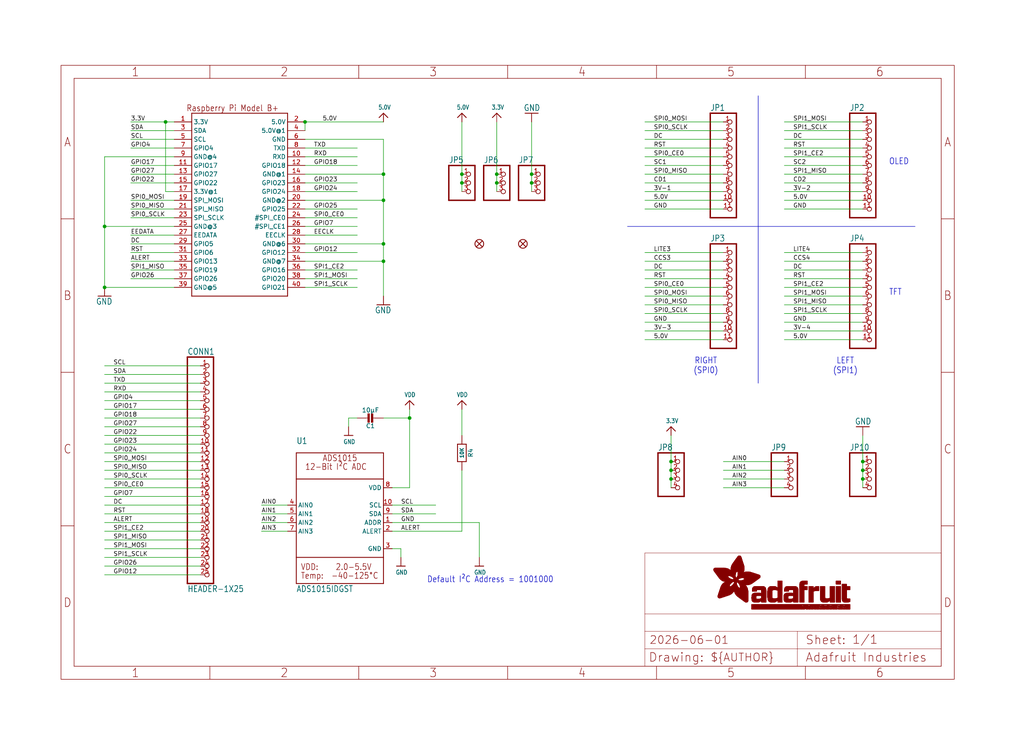
<source format=kicad_sch>
(kicad_sch (version 20230121) (generator eeschema)
  (paper "User" 298.45 217.322)
  (lib_symbols
    (symbol "working-eagle-import:3.3V" (power)
      (property "Value" "3.3V" (at -1.524 1.016 0))
      (symbol "3.3V_1_0"
        (pin power_in line (at 0 -2.54 90) (length 2.54) (name "3.3V") (number "1"))
      )
    )
    (symbol "working-eagle-import:5.0V" (power)
      (property "Value" "5.0V" (at -1.524 1.016 0))
      (symbol "5.0V_1_0"
        (pin power_in line (at 0 -2.54 90) (length 2.54) (name "5.0V") (number "1"))
      )
    )
    (symbol "working-eagle-import:ADC_ADS1015"
      (property "Reference" "U" (at -12.7 20.32 0))
      (symbol "ADC_ADS1015_1_0"
        (text "-40-125°C" (at -2.54 -19.05 0) (effects (font (size 1.778 1.5113)) (justify left bottom)))
        (text "12-Bit I²C ADC" (at -10.16 12.7 0) (effects (font (size 1.778 1.5113)) (justify left bottom)))
        (text "2.0-5.5V" (at -1.27 -16.51 0) (effects (font (size 1.778 1.5113)) (justify left bottom)))
        (text "ADS1015" (at -5.08 15.24 0) (effects (font (size 1.778 1.5113)) (justify left bottom)))
        (text "Temp:" (at -11.43 -19.05 0) (effects (font (size 1.778 1.5113)) (justify left bottom)))
        (text "VDD:" (at -11.43 -16.51 0) (effects (font (size 1.778 1.5113)) (justify left bottom)))
        (pin bidirectional line (at 15.24 -2.54 180) (length 2.54) (name "ADDR") (number "1"))
        (pin bidirectional line (at 15.24 2.54 180) (length 2.54) (name "SCL") (number "10"))
        (pin bidirectional line (at 15.24 -5.08 180) (length 2.54) (name "ALERT") (number "2"))
        (pin bidirectional line (at 15.24 -10.16 180) (length 2.54) (name "GND") (number "3"))
        (pin bidirectional line (at -15.24 2.54 0) (length 2.54) (name "AIN0") (number "4"))
        (pin bidirectional line (at -15.24 0 0) (length 2.54) (name "AIN1") (number "5"))
        (pin bidirectional line (at -15.24 -2.54 0) (length 2.54) (name "AIN2") (number "6"))
        (pin bidirectional line (at -15.24 -5.08 0) (length 2.54) (name "AIN3") (number "7"))
        (pin bidirectional line (at 15.24 7.62 180) (length 2.54) (name "VDD") (number "8"))
        (pin bidirectional line (at 15.24 0 180) (length 2.54) (name "SDA") (number "9"))
      )
    )
    (symbol "working-eagle-import:CAP_CERAMIC0805-NOOUTLINE"
      (property "Reference" "C" (at -2.29 1.25 90))
      (symbol "CAP_CERAMIC0805-NOOUTLINE_1_0"
        (pin passive line (at 0 5.08 270) (length 2.54) (name "1") (number "1"))
        (pin passive line (at 0 -2.54 90) (length 2.54) (name "2") (number "2"))
      )
    )
    (symbol "working-eagle-import:FIDUCIAL{dblquote}{dblquote}")
    (symbol "working-eagle-import:FRAME_A4_ADAFRUIT"
      (symbol "FRAME_A4_ADAFRUIT_1_0"
        (text "${#}/${##}" (at 230.505 10.16 0) (effects (font (size 2.54 2.54)) (justify left bottom)))
        (text "${AUTHOR}" (at 189.23 5.08 0) (effects (font (size 2.286 2.286)) (justify left bottom)))
        (text "${CURRENT_DATE}" (at 171.45 10.16 0) (effects (font (size 2.286 2.286)) (justify left bottom)))
        (text "${PROJECTNAME}" (at 171.45 15.24 0) (effects (font (size 2.54 2.54)) (justify left bottom)))
        (text "1" (at 21.6958 1.905 0) (effects (font (size 2.54 2.286))))
        (text "1" (at 21.6958 177.165 0) (effects (font (size 2.54 2.286))))
        (text "2" (at 65.0875 1.905 0) (effects (font (size 2.54 2.286))))
        (text "2" (at 65.0875 177.165 0) (effects (font (size 2.54 2.286))))
        (text "3" (at 108.4792 1.905 0) (effects (font (size 2.54 2.286))))
        (text "3" (at 108.4792 177.165 0) (effects (font (size 2.54 2.286))))
        (text "4" (at 151.8708 1.905 0) (effects (font (size 2.54 2.286))))
        (text "4" (at 151.8708 177.165 0) (effects (font (size 2.54 2.286))))
        (text "5" (at 195.2625 1.905 0) (effects (font (size 2.54 2.286))))
        (text "5" (at 195.2625 177.165 0) (effects (font (size 2.54 2.286))))
        (text "6" (at 238.6542 1.905 0) (effects (font (size 2.54 2.286))))
        (text "6" (at 238.6542 177.165 0) (effects (font (size 2.54 2.286))))
        (text "A" (at 1.905 156.6863 0) (effects (font (size 2.54 2.286))))
        (text "A" (at 258.445 156.6863 0) (effects (font (size 2.54 2.286))))
        (text "Adafruit Industries" (at 216.916 4.953 0) (effects (font (size 2.54 2.54)) (justify left bottom)))
        (text "B" (at 1.905 111.9188 0) (effects (font (size 2.54 2.286))))
        (text "B" (at 258.445 111.9188 0) (effects (font (size 2.54 2.286))))
        (text "C" (at 1.905 67.1513 0) (effects (font (size 2.54 2.286))))
        (text "C" (at 258.445 67.1513 0) (effects (font (size 2.54 2.286))))
        (text "D" (at 1.905 22.3838 0) (effects (font (size 2.54 2.286))))
        (text "D" (at 258.445 22.3838 0) (effects (font (size 2.54 2.286))))
        (text "Drawing:" (at 171.196 4.953 0) (effects (font (size 2.54 2.54)) (justify left bottom)))
        (text "Sheet:" (at 216.916 10.033 0) (effects (font (size 2.54 2.54)) (justify left bottom)))
      )
    )
    (symbol "working-eagle-import:GND" (power)
      (property "Value" "GND" (at -1.524 -2.54 0))
      (symbol "GND_1_0"
        (pin power_in line (at 0 2.54 270) (length 2.54) (name "GND") (number "1"))
      )
    )
    (symbol "working-eagle-import:HEADER-1X11"
      (property "Reference" "JP" (at -6.35 15.875 0))
      (symbol "HEADER-1X11_1_0"
        (pin passive inverted (at -2.54 12.7 0) (length 2.54) (name "1") (number "1"))
        (pin passive inverted (at -2.54 -10.16 0) (length 2.54) (name "10") (number "10"))
        (pin passive inverted (at -2.54 -12.7 0) (length 2.54) (name "11") (number "11"))
        (pin passive inverted (at -2.54 10.16 0) (length 2.54) (name "2") (number "2"))
        (pin passive inverted (at -2.54 7.62 0) (length 2.54) (name "3") (number "3"))
        (pin passive inverted (at -2.54 5.08 0) (length 2.54) (name "4") (number "4"))
        (pin passive inverted (at -2.54 2.54 0) (length 2.54) (name "5") (number "5"))
        (pin passive inverted (at -2.54 0 0) (length 2.54) (name "6") (number "6"))
        (pin passive inverted (at -2.54 -2.54 0) (length 2.54) (name "7") (number "7"))
        (pin passive inverted (at -2.54 -5.08 0) (length 2.54) (name "8") (number "8"))
        (pin passive inverted (at -2.54 -7.62 0) (length 2.54) (name "9") (number "9"))
      )
    )
    (symbol "working-eagle-import:HEADER-1X25"
      (property "Reference" "CONN" (at -3.81 33.655 0))
      (symbol "HEADER-1X25_1_0"
        (pin passive inverted (at 0 30.48 0) (length 2.54) (name "1") (number "1"))
        (pin passive inverted (at 0 7.62 0) (length 2.54) (name "10") (number "10"))
        (pin passive inverted (at 0 5.08 0) (length 2.54) (name "11") (number "11"))
        (pin passive inverted (at 0 2.54 0) (length 2.54) (name "12") (number "12"))
        (pin passive inverted (at 0 0 0) (length 2.54) (name "13") (number "13"))
        (pin passive inverted (at 0 -2.54 0) (length 2.54) (name "14") (number "14"))
        (pin passive inverted (at 0 -5.08 0) (length 2.54) (name "15") (number "15"))
        (pin passive inverted (at 0 -7.62 0) (length 2.54) (name "16") (number "16"))
        (pin passive inverted (at 0 -10.16 0) (length 2.54) (name "17") (number "17"))
        (pin passive inverted (at 0 -12.7 0) (length 2.54) (name "18") (number "18"))
        (pin passive inverted (at 0 -15.24 0) (length 2.54) (name "19") (number "19"))
        (pin passive inverted (at 0 27.94 0) (length 2.54) (name "2") (number "2"))
        (pin passive inverted (at 0 -17.78 0) (length 2.54) (name "20") (number "20"))
        (pin passive inverted (at 0 -20.32 0) (length 2.54) (name "21") (number "21"))
        (pin passive inverted (at 0 -22.86 0) (length 2.54) (name "22") (number "22"))
        (pin passive inverted (at 0 -25.4 0) (length 2.54) (name "23") (number "23"))
        (pin passive inverted (at 0 -27.94 0) (length 2.54) (name "24") (number "24"))
        (pin passive inverted (at 0 -30.48 0) (length 2.54) (name "25") (number "25"))
        (pin passive inverted (at 0 25.4 0) (length 2.54) (name "3") (number "3"))
        (pin passive inverted (at 0 22.86 0) (length 2.54) (name "4") (number "4"))
        (pin passive inverted (at 0 20.32 0) (length 2.54) (name "5") (number "5"))
        (pin passive inverted (at 0 17.78 0) (length 2.54) (name "6") (number "6"))
        (pin passive inverted (at 0 15.24 0) (length 2.54) (name "7") (number "7"))
        (pin passive inverted (at 0 12.7 0) (length 2.54) (name "8") (number "8"))
        (pin passive inverted (at 0 10.16 0) (length 2.54) (name "9") (number "9"))
      )
    )
    (symbol "working-eagle-import:HEADER-1X376MIL"
      (property "Reference" "JP" (at -6.35 5.715 0))
      (symbol "HEADER-1X376MIL_1_0"
        (pin passive inverted (at -2.54 2.54 0) (length 2.54) (name "1") (number "1"))
        (pin passive inverted (at -2.54 0 0) (length 2.54) (name "2") (number "2"))
        (pin passive inverted (at -2.54 -2.54 0) (length 2.54) (name "3") (number "3"))
      )
    )
    (symbol "working-eagle-import:HEADER-1X4ROUND"
      (property "Reference" "JP" (at -6.35 8.255 0))
      (symbol "HEADER-1X4ROUND_1_0"
        (pin passive inverted (at -2.54 5.08 0) (length 2.54) (name "1") (number "1"))
        (pin passive inverted (at -2.54 2.54 0) (length 2.54) (name "2") (number "2"))
        (pin passive inverted (at -2.54 0 0) (length 2.54) (name "3") (number "3"))
        (pin passive inverted (at -2.54 -2.54 0) (length 2.54) (name "4") (number "4"))
      )
    )
    (symbol "working-eagle-import:RASPBERRYPI_BPLUS_PHAT"
      (symbol "RASPBERRYPI_BPLUS_PHAT_1_0"
        (text "Raspberry Pi Model B+" (at 12.7 25.4 0) (effects (font (size 1.778 1.5113)) (justify right top)))
        (pin power_in line (at -17.78 20.32 0) (length 5.08) (name "3.3V") (number "1"))
        (pin bidirectional line (at 20.32 10.16 180) (length 5.08) (name "RXD") (number "10"))
        (pin bidirectional line (at -17.78 7.62 0) (length 5.08) (name "GPIO17") (number "11"))
        (pin bidirectional line (at 20.32 7.62 180) (length 5.08) (name "GPIO18") (number "12"))
        (pin bidirectional line (at -17.78 5.08 0) (length 5.08) (name "GPIO27") (number "13"))
        (pin power_in line (at 20.32 5.08 180) (length 5.08) (name "GND@1") (number "14"))
        (pin bidirectional line (at -17.78 2.54 0) (length 5.08) (name "GPIO22") (number "15"))
        (pin bidirectional line (at 20.32 2.54 180) (length 5.08) (name "GPIO23") (number "16"))
        (pin power_in line (at -17.78 0 0) (length 5.08) (name "3.3V@1") (number "17"))
        (pin bidirectional line (at 20.32 0 180) (length 5.08) (name "GPIO24") (number "18"))
        (pin bidirectional line (at -17.78 -2.54 0) (length 5.08) (name "SPI_MOSI") (number "19"))
        (pin power_in line (at 20.32 20.32 180) (length 5.08) (name "5.0V") (number "2"))
        (pin power_in line (at 20.32 -2.54 180) (length 5.08) (name "GND@2") (number "20"))
        (pin bidirectional line (at -17.78 -5.08 0) (length 5.08) (name "SPI_MISO") (number "21"))
        (pin bidirectional line (at 20.32 -5.08 180) (length 5.08) (name "GPIO25") (number "22"))
        (pin bidirectional line (at -17.78 -7.62 0) (length 5.08) (name "SPI_SCLK") (number "23"))
        (pin bidirectional line (at 20.32 -7.62 180) (length 5.08) (name "#SPI_CE0") (number "24"))
        (pin power_in line (at -17.78 -10.16 0) (length 5.08) (name "GND@3") (number "25"))
        (pin bidirectional line (at 20.32 -10.16 180) (length 5.08) (name "#SPI_CE1") (number "26"))
        (pin bidirectional line (at -17.78 -12.7 0) (length 5.08) (name "EEDATA") (number "27"))
        (pin bidirectional line (at 20.32 -12.7 180) (length 5.08) (name "EECLK") (number "28"))
        (pin bidirectional line (at -17.78 -15.24 0) (length 5.08) (name "GPIO5") (number "29"))
        (pin bidirectional line (at -17.78 17.78 0) (length 5.08) (name "SDA") (number "3"))
        (pin power_in line (at 20.32 -15.24 180) (length 5.08) (name "GND@6") (number "30"))
        (pin bidirectional line (at -17.78 -17.78 0) (length 5.08) (name "GPIO6") (number "31"))
        (pin bidirectional line (at 20.32 -17.78 180) (length 5.08) (name "GPIO12") (number "32"))
        (pin bidirectional line (at -17.78 -20.32 0) (length 5.08) (name "GPIO13") (number "33"))
        (pin power_in line (at 20.32 -20.32 180) (length 5.08) (name "GND@7") (number "34"))
        (pin bidirectional line (at -17.78 -22.86 0) (length 5.08) (name "GPIO19") (number "35"))
        (pin bidirectional line (at 20.32 -22.86 180) (length 5.08) (name "GPIO16") (number "36"))
        (pin bidirectional line (at -17.78 -25.4 0) (length 5.08) (name "GPIO26") (number "37"))
        (pin bidirectional line (at 20.32 -25.4 180) (length 5.08) (name "GPIO20") (number "38"))
        (pin power_in line (at -17.78 -27.94 0) (length 5.08) (name "GND@5") (number "39"))
        (pin power_in line (at 20.32 17.78 180) (length 5.08) (name "5.0V@1") (number "4"))
        (pin bidirectional line (at 20.32 -27.94 180) (length 5.08) (name "GPIO21") (number "40"))
        (pin bidirectional line (at -17.78 15.24 0) (length 5.08) (name "SCL") (number "5"))
        (pin power_in line (at 20.32 15.24 180) (length 5.08) (name "GND") (number "6"))
        (pin bidirectional line (at -17.78 12.7 0) (length 5.08) (name "GPIO4") (number "7"))
        (pin bidirectional line (at 20.32 12.7 180) (length 5.08) (name "TXD") (number "8"))
        (pin power_in line (at -17.78 10.16 0) (length 5.08) (name "GND@4") (number "9"))
      )
    )
    (symbol "working-eagle-import:RESISTOR0805_NOOUTLINE"
      (property "Reference" "R" (at 0 2.54 0))
      (symbol "RESISTOR0805_NOOUTLINE_1_0"
        (pin passive line (at -5.08 0 0) (length 2.54) (name "1") (number "1"))
        (pin passive line (at 5.08 0 180) (length 2.54) (name "2") (number "2"))
      )
    )
    (symbol "working-eagle-import:VDD" (power)
      (property "Value" "VDD" (at -1.524 1.016 0))
      (symbol "VDD_1_0"
        (pin power_in line (at 0 -2.54 90) (length 2.54) (name "VDD") (number "1"))
      )
    )
    (symbol "working-eagle-import:supply1_GND" (power)
      (property "Value" "supply1_GND" (at -2.54 -2.54 0))
      (symbol "supply1_GND_1_0"
        (pin power_in line (at 0 2.54 270) (length 2.54) (name "GND") (number "1"))
      )
    )
  )
  (junction (at 251.46 134.62))
  (junction (at 134.62 53.34))
  (junction (at 111.76 50.8))
  (junction (at 195.58 139.7))
  (junction (at 111.76 58.42))
  (junction (at 111.76 76.2))
  (junction (at 195.58 137.16))
  (junction (at 144.78 50.8))
  (junction (at 30.48 66.04))
  (junction (at 251.46 137.16))
  (junction (at 144.78 53.34))
  (junction (at 154.94 53.34))
  (junction (at 195.58 134.62))
  (junction (at 154.94 50.8))
  (junction (at 30.48 83.82))
  (junction (at 119.38 121.92))
  (junction (at 251.46 139.7))
  (junction (at 134.62 50.8))
  (junction (at 88.9 35.56))
  (junction (at 48.26 35.56))
  (junction (at 111.76 71.12))
  (wire (pts (xy 251.46 91.44) (xy 228.6 91.44)) (stroke (width 0.1524)))
  (wire (pts (xy 134.62 50.8) (xy 134.62 35.56)) (stroke (width 0.1524)))
  (wire (pts (xy 50.8 83.82) (xy 30.48 83.82)) (stroke (width 0.1524)))
  (wire (pts (xy 88.9 55.88) (xy 104.14 55.88)) (stroke (width 0.1524)))
  (wire (pts (xy 38.1 73.66) (xy 50.8 73.66)) (stroke (width 0.1524)))
  (wire (pts (xy 50.8 38.1) (xy 38.1 38.1)) (stroke (width 0.1524)))
  (wire (pts (xy 88.9 50.8) (xy 111.76 50.8)) (stroke (width 0.1524)))
  (wire (pts (xy 144.78 53.34) (xy 144.78 55.88)) (stroke (width 0.1524)))
  (wire (pts (xy 251.46 93.98) (xy 228.6 93.98)) (stroke (width 0.1524)))
  (wire (pts (xy 88.9 73.66) (xy 104.14 73.66)) (stroke (width 0.1524)))
  (wire (pts (xy 38.1 76.2) (xy 50.8 76.2)) (stroke (width 0.1524)))
  (wire (pts (xy 58.42 134.62) (xy 30.48 134.62)) (stroke (width 0.1524)))
  (wire (pts (xy 228.6 139.7) (xy 210.82 139.7)) (stroke (width 0.1524)))
  (wire (pts (xy 195.58 137.16) (xy 195.58 139.7)) (stroke (width 0.1524)))
  (wire (pts (xy 104.14 121.92) (xy 101.6 121.92)) (stroke (width 0.1524)))
  (wire (pts (xy 58.42 124.46) (xy 30.48 124.46)) (stroke (width 0.1524)))
  (wire (pts (xy 88.9 58.42) (xy 111.76 58.42)) (stroke (width 0.1524)))
  (wire (pts (xy 30.48 119.38) (xy 58.42 119.38)) (stroke (width 0.1524)))
  (wire (pts (xy 228.6 142.24) (xy 210.82 142.24)) (stroke (width 0.1524)))
  (wire (pts (xy 88.9 78.74) (xy 104.14 78.74)) (stroke (width 0.1524)))
  (wire (pts (xy 50.8 35.56) (xy 48.26 35.56)) (stroke (width 0.1524)))
  (wire (pts (xy 88.9 60.96) (xy 104.14 60.96)) (stroke (width 0.1524)))
  (polyline (pts (xy 220.98 27.94) (xy 220.98 111.76)) (stroke (width 0.1524) (type solid)))
  (wire (pts (xy 251.46 73.66) (xy 228.6 73.66)) (stroke (width 0.1524)))
  (wire (pts (xy 88.9 71.12) (xy 111.76 71.12)) (stroke (width 0.1524)))
  (wire (pts (xy 38.1 58.42) (xy 50.8 58.42)) (stroke (width 0.1524)))
  (wire (pts (xy 210.82 48.26) (xy 187.96 48.26)) (stroke (width 0.1524)))
  (wire (pts (xy 114.3 147.32) (xy 127 147.32)) (stroke (width 0.1524)))
  (wire (pts (xy 88.9 83.82) (xy 104.14 83.82)) (stroke (width 0.1524)))
  (wire (pts (xy 114.3 160.02) (xy 116.84 160.02)) (stroke (width 0.1524)))
  (wire (pts (xy 30.48 127) (xy 58.42 127)) (stroke (width 0.1524)))
  (wire (pts (xy 210.82 55.88) (xy 187.96 55.88)) (stroke (width 0.1524)))
  (wire (pts (xy 210.82 40.64) (xy 187.96 40.64)) (stroke (width 0.1524)))
  (wire (pts (xy 251.46 139.7) (xy 251.46 142.24)) (stroke (width 0.1524)))
  (wire (pts (xy 116.84 160.02) (xy 116.84 162.56)) (stroke (width 0.1524)))
  (wire (pts (xy 210.82 76.2) (xy 187.96 76.2)) (stroke (width 0.1524)))
  (wire (pts (xy 88.9 68.58) (xy 104.14 68.58)) (stroke (width 0.1524)))
  (wire (pts (xy 251.46 50.8) (xy 228.6 50.8)) (stroke (width 0.1524)))
  (wire (pts (xy 50.8 53.34) (xy 38.1 53.34)) (stroke (width 0.1524)))
  (wire (pts (xy 251.46 83.82) (xy 228.6 83.82)) (stroke (width 0.1524)))
  (wire (pts (xy 38.1 63.5) (xy 50.8 63.5)) (stroke (width 0.1524)))
  (wire (pts (xy 154.94 50.8) (xy 154.94 35.56)) (stroke (width 0.1524)))
  (wire (pts (xy 30.48 66.04) (xy 50.8 66.04)) (stroke (width 0.1524)))
  (wire (pts (xy 154.94 50.8) (xy 154.94 53.34)) (stroke (width 0.1524)))
  (wire (pts (xy 38.1 78.74) (xy 50.8 78.74)) (stroke (width 0.1524)))
  (wire (pts (xy 139.7 152.4) (xy 139.7 162.56)) (stroke (width 0.1524)))
  (wire (pts (xy 119.38 121.92) (xy 111.76 121.92)) (stroke (width 0.1524)))
  (wire (pts (xy 134.62 154.94) (xy 134.62 137.16)) (stroke (width 0.1524)))
  (wire (pts (xy 58.42 129.54) (xy 30.48 129.54)) (stroke (width 0.1524)))
  (wire (pts (xy 50.8 48.26) (xy 38.1 48.26)) (stroke (width 0.1524)))
  (wire (pts (xy 58.42 106.68) (xy 30.48 106.68)) (stroke (width 0.1524)))
  (wire (pts (xy 38.1 71.12) (xy 50.8 71.12)) (stroke (width 0.1524)))
  (wire (pts (xy 101.6 121.92) (xy 101.6 124.46)) (stroke (width 0.1524)))
  (wire (pts (xy 251.46 88.9) (xy 228.6 88.9)) (stroke (width 0.1524)))
  (wire (pts (xy 144.78 50.8) (xy 144.78 53.34)) (stroke (width 0.1524)))
  (wire (pts (xy 134.62 127) (xy 134.62 119.38)) (stroke (width 0.1524)))
  (wire (pts (xy 114.3 152.4) (xy 139.7 152.4)) (stroke (width 0.1524)))
  (wire (pts (xy 251.46 60.96) (xy 228.6 60.96)) (stroke (width 0.1524)))
  (wire (pts (xy 30.48 167.64) (xy 58.42 167.64)) (stroke (width 0.1524)))
  (wire (pts (xy 210.82 50.8) (xy 187.96 50.8)) (stroke (width 0.1524)))
  (wire (pts (xy 210.82 86.36) (xy 187.96 86.36)) (stroke (width 0.1524)))
  (wire (pts (xy 195.58 127) (xy 195.58 134.62)) (stroke (width 0.1524)))
  (wire (pts (xy 114.3 142.24) (xy 119.38 142.24)) (stroke (width 0.1524)))
  (wire (pts (xy 228.6 137.16) (xy 210.82 137.16)) (stroke (width 0.1524)))
  (wire (pts (xy 251.46 137.16) (xy 251.46 139.7)) (stroke (width 0.1524)))
  (wire (pts (xy 251.46 35.56) (xy 228.6 35.56)) (stroke (width 0.1524)))
  (wire (pts (xy 88.9 43.18) (xy 104.14 43.18)) (stroke (width 0.1524)))
  (wire (pts (xy 58.42 116.84) (xy 30.48 116.84)) (stroke (width 0.1524)))
  (wire (pts (xy 195.58 139.7) (xy 195.58 142.24)) (stroke (width 0.1524)))
  (wire (pts (xy 104.14 45.72) (xy 88.9 45.72)) (stroke (width 0.1524)))
  (wire (pts (xy 210.82 58.42) (xy 187.96 58.42)) (stroke (width 0.1524)))
  (wire (pts (xy 210.82 78.74) (xy 187.96 78.74)) (stroke (width 0.1524)))
  (wire (pts (xy 88.9 76.2) (xy 111.76 76.2)) (stroke (width 0.1524)))
  (wire (pts (xy 210.82 53.34) (xy 187.96 53.34)) (stroke (width 0.1524)))
  (wire (pts (xy 251.46 43.18) (xy 228.6 43.18)) (stroke (width 0.1524)))
  (wire (pts (xy 251.46 55.88) (xy 228.6 55.88)) (stroke (width 0.1524)))
  (wire (pts (xy 210.82 96.52) (xy 187.96 96.52)) (stroke (width 0.1524)))
  (wire (pts (xy 88.9 40.64) (xy 111.76 40.64)) (stroke (width 0.1524)))
  (wire (pts (xy 30.48 66.04) (xy 30.48 45.72)) (stroke (width 0.1524)))
  (wire (pts (xy 111.76 50.8) (xy 111.76 58.42)) (stroke (width 0.1524)))
  (wire (pts (xy 50.8 68.58) (xy 38.1 68.58)) (stroke (width 0.1524)))
  (wire (pts (xy 210.82 35.56) (xy 187.96 35.56)) (stroke (width 0.1524)))
  (wire (pts (xy 210.82 83.82) (xy 187.96 83.82)) (stroke (width 0.1524)))
  (wire (pts (xy 88.9 53.34) (xy 104.14 53.34)) (stroke (width 0.1524)))
  (wire (pts (xy 83.82 149.86) (xy 76.2 149.86)) (stroke (width 0.1524)))
  (wire (pts (xy 58.42 160.02) (xy 30.48 160.02)) (stroke (width 0.1524)))
  (wire (pts (xy 30.48 109.22) (xy 58.42 109.22)) (stroke (width 0.1524)))
  (wire (pts (xy 210.82 73.66) (xy 187.96 73.66)) (stroke (width 0.1524)))
  (wire (pts (xy 210.82 99.06) (xy 187.96 99.06)) (stroke (width 0.1524)))
  (wire (pts (xy 210.82 81.28) (xy 187.96 81.28)) (stroke (width 0.1524)))
  (wire (pts (xy 210.82 45.72) (xy 187.96 45.72)) (stroke (width 0.1524)))
  (polyline (pts (xy 182.88 66.04) (xy 266.7 66.04)) (stroke (width 0.1524) (type solid)))
  (wire (pts (xy 251.46 45.72) (xy 228.6 45.72)) (stroke (width 0.1524)))
  (wire (pts (xy 30.48 152.4) (xy 58.42 152.4)) (stroke (width 0.1524)))
  (wire (pts (xy 114.3 154.94) (xy 134.62 154.94)) (stroke (width 0.1524)))
  (wire (pts (xy 251.46 58.42) (xy 228.6 58.42)) (stroke (width 0.1524)))
  (wire (pts (xy 58.42 149.86) (xy 30.48 149.86)) (stroke (width 0.1524)))
  (wire (pts (xy 251.46 81.28) (xy 228.6 81.28)) (stroke (width 0.1524)))
  (wire (pts (xy 58.42 154.94) (xy 30.48 154.94)) (stroke (width 0.1524)))
  (wire (pts (xy 111.76 76.2) (xy 111.76 86.36)) (stroke (width 0.1524)))
  (wire (pts (xy 88.9 35.56) (xy 111.76 35.56)) (stroke (width 0.1524)))
  (wire (pts (xy 83.82 154.94) (xy 76.2 154.94)) (stroke (width 0.1524)))
  (wire (pts (xy 251.46 86.36) (xy 228.6 86.36)) (stroke (width 0.1524)))
  (wire (pts (xy 111.76 71.12) (xy 111.76 76.2)) (stroke (width 0.1524)))
  (wire (pts (xy 251.46 38.1) (xy 228.6 38.1)) (stroke (width 0.1524)))
  (wire (pts (xy 48.26 35.56) (xy 38.1 35.56)) (stroke (width 0.1524)))
  (wire (pts (xy 30.48 121.92) (xy 58.42 121.92)) (stroke (width 0.1524)))
  (wire (pts (xy 38.1 81.28) (xy 50.8 81.28)) (stroke (width 0.1524)))
  (wire (pts (xy 48.26 55.88) (xy 50.8 55.88)) (stroke (width 0.1524)))
  (wire (pts (xy 251.46 48.26) (xy 228.6 48.26)) (stroke (width 0.1524)))
  (wire (pts (xy 30.48 114.3) (xy 58.42 114.3)) (stroke (width 0.1524)))
  (wire (pts (xy 30.48 162.56) (xy 58.42 162.56)) (stroke (width 0.1524)))
  (wire (pts (xy 30.48 45.72) (xy 50.8 45.72)) (stroke (width 0.1524)))
  (wire (pts (xy 88.9 48.26) (xy 104.14 48.26)) (stroke (width 0.1524)))
  (wire (pts (xy 111.76 58.42) (xy 111.76 71.12)) (stroke (width 0.1524)))
  (wire (pts (xy 38.1 50.8) (xy 50.8 50.8)) (stroke (width 0.1524)))
  (wire (pts (xy 251.46 134.62) (xy 251.46 137.16)) (stroke (width 0.1524)))
  (wire (pts (xy 38.1 60.96) (xy 50.8 60.96)) (stroke (width 0.1524)))
  (wire (pts (xy 30.48 147.32) (xy 58.42 147.32)) (stroke (width 0.1524)))
  (wire (pts (xy 30.48 157.48) (xy 58.42 157.48)) (stroke (width 0.1524)))
  (wire (pts (xy 134.62 55.88) (xy 134.62 53.34)) (stroke (width 0.1524)))
  (wire (pts (xy 50.8 40.64) (xy 38.1 40.64)) (stroke (width 0.1524)))
  (wire (pts (xy 210.82 43.18) (xy 187.96 43.18)) (stroke (width 0.1524)))
  (wire (pts (xy 210.82 93.98) (xy 187.96 93.98)) (stroke (width 0.1524)))
  (wire (pts (xy 88.9 66.04) (xy 104.14 66.04)) (stroke (width 0.1524)))
  (wire (pts (xy 210.82 60.96) (xy 187.96 60.96)) (stroke (width 0.1524)))
  (wire (pts (xy 58.42 144.78) (xy 30.48 144.78)) (stroke (width 0.1524)))
  (wire (pts (xy 58.42 165.1) (xy 30.48 165.1)) (stroke (width 0.1524)))
  (wire (pts (xy 134.62 53.34) (xy 134.62 50.8)) (stroke (width 0.1524)))
  (wire (pts (xy 58.42 111.76) (xy 30.48 111.76)) (stroke (width 0.1524)))
  (wire (pts (xy 30.48 132.08) (xy 58.42 132.08)) (stroke (width 0.1524)))
  (wire (pts (xy 251.46 78.74) (xy 228.6 78.74)) (stroke (width 0.1524)))
  (wire (pts (xy 251.46 96.52) (xy 228.6 96.52)) (stroke (width 0.1524)))
  (wire (pts (xy 251.46 99.06) (xy 228.6 99.06)) (stroke (width 0.1524)))
  (wire (pts (xy 119.38 142.24) (xy 119.38 121.92)) (stroke (width 0.1524)))
  (wire (pts (xy 88.9 81.28) (xy 104.14 81.28)) (stroke (width 0.1524)))
  (wire (pts (xy 251.46 40.64) (xy 228.6 40.64)) (stroke (width 0.1524)))
  (wire (pts (xy 30.48 137.16) (xy 58.42 137.16)) (stroke (width 0.1524)))
  (wire (pts (xy 251.46 53.34) (xy 228.6 53.34)) (stroke (width 0.1524)))
  (wire (pts (xy 210.82 91.44) (xy 187.96 91.44)) (stroke (width 0.1524)))
  (wire (pts (xy 88.9 63.5) (xy 104.14 63.5)) (stroke (width 0.1524)))
  (wire (pts (xy 88.9 38.1) (xy 88.9 35.56)) (stroke (width 0.1524)))
  (wire (pts (xy 251.46 127) (xy 251.46 134.62)) (stroke (width 0.1524)))
  (wire (pts (xy 210.82 38.1) (xy 187.96 38.1)) (stroke (width 0.1524)))
  (wire (pts (xy 119.38 121.92) (xy 119.38 119.38)) (stroke (width 0.1524)))
  (wire (pts (xy 114.3 149.86) (xy 127 149.86)) (stroke (width 0.1524)))
  (wire (pts (xy 154.94 53.34) (xy 154.94 55.88)) (stroke (width 0.1524)))
  (wire (pts (xy 30.48 66.04) (xy 30.48 83.82)) (stroke (width 0.1524)))
  (wire (pts (xy 251.46 76.2) (xy 228.6 76.2)) (stroke (width 0.1524)))
  (wire (pts (xy 83.82 147.32) (xy 76.2 147.32)) (stroke (width 0.1524)))
  (wire (pts (xy 195.58 134.62) (xy 195.58 137.16)) (stroke (width 0.1524)))
  (wire (pts (xy 144.78 50.8) (xy 144.78 35.56)) (stroke (width 0.1524)))
  (wire (pts (xy 83.82 152.4) (xy 76.2 152.4)) (stroke (width 0.1524)))
  (wire (pts (xy 228.6 134.62) (xy 210.82 134.62)) (stroke (width 0.1524)))
  (wire (pts (xy 30.48 142.24) (xy 58.42 142.24)) (stroke (width 0.1524)))
  (wire (pts (xy 58.42 139.7) (xy 30.48 139.7)) (stroke (width 0.1524)))
  (wire (pts (xy 111.76 40.64) (xy 111.76 50.8)) (stroke (width 0.1524)))
  (wire (pts (xy 210.82 88.9) (xy 187.96 88.9)) (stroke (width 0.1524)))
  (wire (pts (xy 48.26 55.88) (xy 48.26 35.56)) (stroke (width 0.1524)))
  (wire (pts (xy 50.8 43.18) (xy 38.1 43.18)) (stroke (width 0.1524)))
  (text "OLED" (at 259.08 48.26 0) (effects (font (size 1.778 1.5113)) (justify left bottom)))
  (text "TFT" (at 259.08 86.36 0) (effects (font (size 1.778 1.5113)) (justify left bottom)))
  (text "Default I²C Address = 1001000" (at 124.46 170.18 0) (effects (font (size 1.778 1.5113)) (justify left bottom)))
  (text "RIGHT\n(SPI0)" (at 205.74 109.22 0) (effects (font (size 1.778 1.5113)) (justify bottom)))
  (text "LEFT\n(SPI1)" (at 246.38 109.22 0) (effects (font (size 1.778 1.5113)) (justify bottom)))
  (label "5.0V" (at 231.14 99.06 0) (effects (font (size 1.2446 1.2446))))
  (label "SDA" (at 116.84 149.86 0) (effects (font (size 1.2446 1.2446))))
  (label "SPI0_MOSI" (at 38.1 58.42 0) (effects (font (size 1.2446 1.2446))))
  (label "LITE3" (at 190.5 73.66 0) (effects (font (size 1.2446 1.2446))))
  (label "RST" (at 231.14 81.28 0) (effects (font (size 1.2446 1.2446))))
  (label "SPI1_SCLK" (at 91.44 83.82 0) (effects (font (size 1.2446 1.2446))))
  (label "3V-3" (at 190.5 96.52 0) (effects (font (size 1.2446 1.2446))))
  (label "SPI1_MISO" (at 33.02 157.48 0) (effects (font (size 1.2446 1.2446))))
  (label "SPI1_MOSI" (at 231.14 35.56 0) (effects (font (size 1.2446 1.2446))))
  (label "3V-1" (at 190.5 55.88 0) (effects (font (size 1.2446 1.2446))))
  (label "AIN3" (at 213.36 142.24 0) (effects (font (size 1.2446 1.2446))))
  (label "GND" (at 231.14 60.96 0) (effects (font (size 1.2446 1.2446))))
  (label "GPIO12" (at 33.02 167.64 0) (effects (font (size 1.2446 1.2446))))
  (label "SDA" (at 33.02 109.22 0) (effects (font (size 1.2446 1.2446))))
  (label "3V-4" (at 231.14 96.52 0) (effects (font (size 1.2446 1.2446))))
  (label "SPI1_MISO" (at 231.14 88.9 0) (effects (font (size 1.2446 1.2446))))
  (label "SPI0_MISO" (at 33.02 137.16 0) (effects (font (size 1.2446 1.2446))))
  (label "RST" (at 38.1 73.66 0) (effects (font (size 1.2446 1.2446))))
  (label "GPIO4" (at 33.02 116.84 0) (effects (font (size 1.2446 1.2446))))
  (label "SDA" (at 38.1 38.1 0) (effects (font (size 1.2446 1.2446))))
  (label "DC" (at 190.5 78.74 0) (effects (font (size 1.2446 1.2446))))
  (label "AIN1" (at 213.36 137.16 0) (effects (font (size 1.2446 1.2446))))
  (label "SPI1_SCLK" (at 231.14 38.1 0) (effects (font (size 1.2446 1.2446))))
  (label "CD1" (at 190.5 53.34 0) (effects (font (size 1.2446 1.2446))))
  (label "GPIO26" (at 38.1 81.28 0) (effects (font (size 1.2446 1.2446))))
  (label "GPIO22" (at 33.02 127 0) (effects (font (size 1.2446 1.2446))))
  (label "DC" (at 38.1 71.12 0) (effects (font (size 1.2446 1.2446))))
  (label "GPIO18" (at 91.44 48.26 0) (effects (font (size 1.2446 1.2446))))
  (label "LITE4" (at 231.14 73.66 0) (effects (font (size 1.2446 1.2446))))
  (label "SPI1_MOSI" (at 231.14 86.36 0) (effects (font (size 1.2446 1.2446))))
  (label "AIN3" (at 76.2 154.94 0) (effects (font (size 1.2446 1.2446))))
  (label "DC" (at 33.02 147.32 0) (effects (font (size 1.2446 1.2446))))
  (label "GPIO12" (at 91.44 73.66 0) (effects (font (size 1.2446 1.2446))))
  (label "SPI0_SCLK" (at 38.1 63.5 0) (effects (font (size 1.2446 1.2446))))
  (label "SPI1_SCLK" (at 231.14 91.44 0) (effects (font (size 1.2446 1.2446))))
  (label "GPIO23" (at 91.44 53.34 0) (effects (font (size 1.2446 1.2446))))
  (label "SPI0_MISO" (at 190.5 50.8 0) (effects (font (size 1.2446 1.2446))))
  (label "RST" (at 231.14 43.18 0) (effects (font (size 1.2446 1.2446))))
  (label "EEDATA" (at 38.1 68.58 0) (effects (font (size 1.2446 1.2446))))
  (label "GND" (at 116.84 152.4 0) (effects (font (size 1.2446 1.2446))))
  (label "GPIO18" (at 33.02 121.92 0) (effects (font (size 1.2446 1.2446))))
  (label "GPIO22" (at 38.1 53.34 0) (effects (font (size 1.2446 1.2446))))
  (label "CCS4" (at 231.14 76.2 0) (effects (font (size 1.2446 1.2446))))
  (label "3V-2" (at 231.14 55.88 0) (effects (font (size 1.2446 1.2446))))
  (label "GPIO24" (at 91.44 55.88 0) (effects (font (size 1.2446 1.2446))))
  (label "AIN2" (at 76.2 152.4 0) (effects (font (size 1.2446 1.2446))))
  (label "5.0V" (at 231.14 58.42 0) (effects (font (size 1.2446 1.2446))))
  (label "SPI1_CE2" (at 231.14 83.82 0) (effects (font (size 1.2446 1.2446))))
  (label "SPI0_CE0" (at 190.5 45.72 0) (effects (font (size 1.2446 1.2446))))
  (label "GND" (at 190.5 60.96 0) (effects (font (size 1.2446 1.2446))))
  (label "5.0V" (at 190.5 99.06 0) (effects (font (size 1.2446 1.2446))))
  (label "GPIO7" (at 33.02 144.78 0) (effects (font (size 1.2446 1.2446))))
  (label "GND" (at 231.14 93.98 0) (effects (font (size 1.2446 1.2446))))
  (label "5.0V" (at 93.98 35.56 0) (effects (font (size 1.2446 1.2446))))
  (label "AIN2" (at 213.36 139.7 0) (effects (font (size 1.2446 1.2446))))
  (label "SPI1_MISO" (at 38.1 78.74 0) (effects (font (size 1.2446 1.2446))))
  (label "GPIO17" (at 38.1 48.26 0) (effects (font (size 1.2446 1.2446))))
  (label "GPIO7" (at 91.44 66.04 0) (effects (font (size 1.2446 1.2446))))
  (label "5.0V" (at 190.5 58.42 0) (effects (font (size 1.2446 1.2446))))
  (label "SPI1_CE2" (at 33.02 154.94 0) (effects (font (size 1.2446 1.2446))))
  (label "AIN0" (at 213.36 134.62 0) (effects (font (size 1.2446 1.2446))))
  (label "SPI0_MOSI" (at 190.5 35.56 0) (effects (font (size 1.2446 1.2446))))
  (label "SPI0_MOSI" (at 190.5 86.36 0) (effects (font (size 1.2446 1.2446))))
  (label "GPIO17" (at 33.02 119.38 0) (effects (font (size 1.2446 1.2446))))
  (label "SC1" (at 190.5 48.26 0) (effects (font (size 1.2446 1.2446))))
  (label "SPI1_MOSI" (at 91.44 81.28 0) (effects (font (size 1.2446 1.2446))))
  (label "SPI0_MISO" (at 190.5 88.9 0) (effects (font (size 1.2446 1.2446))))
  (label "AIN0" (at 76.2 147.32 0) (effects (font (size 1.2446 1.2446))))
  (label "ALERT" (at 33.02 152.4 0) (effects (font (size 1.2446 1.2446))))
  (label "SC2" (at 231.14 48.26 0) (effects (font (size 1.2446 1.2446))))
  (label "SCL" (at 116.84 147.32 0) (effects (font (size 1.2446 1.2446))))
  (label "SPI1_MOSI" (at 33.02 160.02 0) (effects (font (size 1.2446 1.2446))))
  (label "SCL" (at 38.1 40.64 0) (effects (font (size 1.2446 1.2446))))
  (label "GND" (at 190.5 93.98 0) (effects (font (size 1.2446 1.2446))))
  (label "GPIO25" (at 91.44 60.96 0) (effects (font (size 1.2446 1.2446))))
  (label "GPIO27" (at 33.02 124.46 0) (effects (font (size 1.2446 1.2446))))
  (label "SPI0_SCLK" (at 190.5 38.1 0) (effects (font (size 1.2446 1.2446))))
  (label "SPI0_CE0" (at 190.5 83.82 0) (effects (font (size 1.2446 1.2446))))
  (label "TXD" (at 33.02 111.76 0) (effects (font (size 1.2446 1.2446))))
  (label "SPI0_SCLK" (at 190.5 91.44 0) (effects (font (size 1.2446 1.2446))))
  (label "GPIO23" (at 33.02 129.54 0) (effects (font (size 1.2446 1.2446))))
  (label "SPI0_CE0" (at 91.44 63.5 0) (effects (font (size 1.2446 1.2446))))
  (label "SPI0_SCLK" (at 33.02 139.7 0) (effects (font (size 1.2446 1.2446))))
  (label "GPIO24" (at 33.02 132.08 0) (effects (font (size 1.2446 1.2446))))
  (label "DC" (at 231.14 78.74 0) (effects (font (size 1.2446 1.2446))))
  (label "ALERT" (at 38.1 76.2 0) (effects (font (size 1.2446 1.2446))))
  (label "SPI1_CE2" (at 91.44 78.74 0) (effects (font (size 1.2446 1.2446))))
  (label "RST" (at 33.02 149.86 0) (effects (font (size 1.2446 1.2446))))
  (label "RST" (at 190.5 81.28 0) (effects (font (size 1.2446 1.2446))))
  (label "SPI0_MISO" (at 38.1 60.96 0) (effects (font (size 1.2446 1.2446))))
  (label "SPI0_MOSI" (at 33.02 134.62 0) (effects (font (size 1.2446 1.2446))))
  (label "GPIO27" (at 38.1 50.8 0) (effects (font (size 1.2446 1.2446))))
  (label "SPI1_MISO" (at 231.14 50.8 0) (effects (font (size 1.2446 1.2446))))
  (label "SCL" (at 33.02 106.68 0) (effects (font (size 1.2446 1.2446))))
  (label "RXD" (at 91.44 45.72 0) (effects (font (size 1.2446 1.2446))))
  (label "TXD" (at 91.44 43.18 0) (effects (font (size 1.2446 1.2446))))
  (label "CCS3" (at 190.5 76.2 0) (effects (font (size 1.2446 1.2446))))
  (label "DC" (at 190.5 40.64 0) (effects (font (size 1.2446 1.2446))))
  (label "3.3V" (at 38.1 35.56 0) (effects (font (size 1.2446 1.2446))))
  (label "EECLK" (at 91.44 68.58 0) (effects (font (size 1.2446 1.2446))))
  (label "SPI1_CE2" (at 231.14 45.72 0) (effects (font (size 1.2446 1.2446))))
  (label "GPIO26" (at 33.02 165.1 0) (effects (font (size 1.2446 1.2446))))
  (label "DC" (at 231.14 40.64 0) (effects (font (size 1.2446 1.2446))))
  (label "RST" (at 190.5 43.18 0) (effects (font (size 1.2446 1.2446))))
  (label "RXD" (at 33.02 114.3 0) (effects (font (size 1.2446 1.2446))))
  (label "GPIO4" (at 38.1 43.18 0) (effects (font (size 1.2446 1.2446))))
  (label "AIN1" (at 76.2 149.86 0) (effects (font (size 1.2446 1.2446))))
  (label "SPI1_SCLK" (at 33.02 162.56 0) (effects (font (size 1.2446 1.2446))))
  (label "ALERT" (at 116.84 154.94 0) (effects (font (size 1.2446 1.2446))))
  (label "CD2" (at 231.14 53.34 0) (effects (font (size 1.2446 1.2446))))
  (label "SPI0_CE0" (at 33.02 142.24 0) (effects (font (size 1.2446 1.2446))))
  (symbol (lib_id "working-eagle-import:HEADER-1X11") (at 254 86.36 0) (unit 1)
    (property "Reference" "JP4" (at 247.65 70.485 0) (effects (font (size 1.778 1.5113)) (justify left bottom)))
    (property "Value" "HEADER-1X11" (effects hide))
    (property "Footprint" "working:1X11_ROUND" (effects hide))
  )
  (symbol (lib_id "working-eagle-import:HEADER-1X11") (at 213.36 48.26 0) (unit 1)
    (property "Reference" "JP1" (at 207.01 32.385 0) (effects (font (size 1.778 1.5113)) (justify left bottom)))
    (property "Value" "HEADER-1X11" (effects hide))
    (property "Footprint" "working:1X11_ROUND" (effects hide))
  )
  (symbol (lib_id "working-eagle-import:5.0V") (at 111.76 33.02 0) (unit 1)
    (property "Reference" "#U$14" (effects hide))
    (property "Value" "5.0V" (at 110.236 32.004 0) (effects (font (size 1.27 1.0795)) (justify left bottom)))
  )
  (symbol (lib_id "working-eagle-import:HEADER-1X11") (at 254 48.26 0) (unit 1)
    (property "Reference" "JP2" (at 247.65 32.385 0) (effects (font (size 1.778 1.5113)) (justify left bottom)))
    (property "Value" "HEADER-1X11" (effects hide))
    (property "Footprint" "working:1X11_ROUND" (effects hide))
  )
  (symbol (lib_id "working-eagle-import:HEADER-1X376MIL") (at 147.32 53.34 0) (unit 1)
    (property "Reference" "JP6" (at 140.97 47.625 0) (effects (font (size 1.778 1.5113)) (justify left bottom)))
    (property "Value" "HEADER-1X376MIL" (effects hide))
    (property "Footprint" "working:1X03_ROUND_76" (effects hide))
  )
  (symbol (lib_id "working-eagle-import:ADC_ADS1015") (at 99.06 149.86 0) (unit 1)
    (property "Reference" "U1" (at 86.36 129.54 0) (effects (font (size 1.778 1.5113)) (justify left bottom)))
    (property "Value" "ADS1015IDGST" (at 86.36 172.72 0) (effects (font (size 1.778 1.5113)) (justify left bottom)))
    (property "Footprint" "working:MSOP10" (effects hide))
  )
  (symbol (lib_id "working-eagle-import:HEADER-1X4ROUND") (at 231.14 139.7 0) (unit 1)
    (property "Reference" "JP9" (at 224.79 131.445 0) (effects (font (size 1.778 1.5113)) (justify left bottom)))
    (property "Value" "HEADER-1X4ROUND" (effects hide))
    (property "Footprint" "working:1X04_ROUND" (effects hide))
  )
  (symbol (lib_id "working-eagle-import:HEADER-1X376MIL") (at 157.48 53.34 0) (unit 1)
    (property "Reference" "JP7" (at 151.13 47.625 0) (effects (font (size 1.778 1.5113)) (justify left bottom)))
    (property "Value" "HEADER-1X376MIL" (effects hide))
    (property "Footprint" "working:1X03_ROUND_76" (effects hide))
  )
  (symbol (lib_id "working-eagle-import:5.0V") (at 134.62 33.02 0) (unit 1)
    (property "Reference" "#U$22" (effects hide))
    (property "Value" "5.0V" (at 133.096 32.004 0) (effects (font (size 1.27 1.0795)) (justify left bottom)))
  )
  (symbol (lib_id "working-eagle-import:3.3V") (at 195.58 124.46 0) (unit 1)
    (property "Reference" "#U$1" (effects hide))
    (property "Value" "3.3V" (at 194.056 123.444 0) (effects (font (size 1.27 1.0795)) (justify left bottom)))
  )
  (symbol (lib_id "working-eagle-import:FRAME_A4_ADAFRUIT") (at 17.78 198.12 0) (unit 1)
    (property "Reference" "#U$7" (effects hide))
    (property "Value" "FRAME_A4_ADAFRUIT" (effects hide))
  )
  (symbol (lib_id "working-eagle-import:VDD") (at 119.38 116.84 0) (unit 1)
    (property "Reference" "#U$3" (effects hide))
    (property "Value" "VDD" (at 117.856 115.824 0) (effects (font (size 1.27 1.0795)) (justify left bottom)))
  )
  (symbol (lib_id "working-eagle-import:HEADER-1X25") (at 58.42 137.16 0) (unit 1)
    (property "Reference" "CONN1" (at 54.61 103.505 0) (effects (font (size 1.778 1.5113)) (justify left bottom)))
    (property "Value" "HEADER-1X25" (at 54.61 172.72 0) (effects (font (size 1.778 1.5113)) (justify left bottom)))
    (property "Footprint" "working:1X25_ROUND_70MIL" (effects hide))
  )
  (symbol (lib_id "working-eagle-import:RASPBERRYPI_BPLUS_PHAT") (at 68.58 55.88 0) (unit 1)
    (property "Reference" "RPI1" (effects hide))
    (property "Value" "RASPBERRYPI_BPLUS_PHAT" (effects hide))
    (property "Footprint" "working:PI_BONNET" (effects hide))
  )
  (symbol (lib_id "working-eagle-import:GND") (at 139.7 165.1 0) (unit 1)
    (property "Reference" "#U$6" (effects hide))
    (property "Value" "GND" (at 138.176 167.64 0) (effects (font (size 1.27 1.0795)) (justify left bottom)))
  )
  (symbol (lib_id "working-eagle-import:GND") (at 116.84 165.1 0) (unit 1)
    (property "Reference" "#U$5" (effects hide))
    (property "Value" "GND" (at 115.316 167.64 0) (effects (font (size 1.27 1.0795)) (justify left bottom)))
  )
  (symbol (lib_id "working-eagle-import:FIDUCIAL{dblquote}{dblquote}") (at 152.4 71.12 0) (unit 1)
    (property "Reference" "FID2" (effects hide))
    (property "Value" "FIDUCIAL{dblquote}{dblquote}" (effects hide))
    (property "Footprint" "working:FIDUCIAL_1MM" (effects hide))
  )
  (symbol (lib_id "working-eagle-import:GND") (at 101.6 127 0) (unit 1)
    (property "Reference" "#U$2" (effects hide))
    (property "Value" "GND" (at 100.076 129.54 0) (effects (font (size 1.27 1.0795)) (justify left bottom)))
  )
  (symbol (lib_id "working-eagle-import:supply1_GND") (at 154.94 33.02 180) (unit 1)
    (property "Reference" "#GND5" (effects hide))
    (property "Value" "GND" (at 157.48 30.48 0) (effects (font (size 1.778 1.5113)) (justify left bottom)))
  )
  (symbol (lib_id "working-eagle-import:RESISTOR0805_NOOUTLINE") (at 134.62 132.08 270) (unit 1)
    (property "Reference" "R4" (at 137.16 132.08 0))
    (property "Value" "10K" (at 134.62 132.08 0) (effects (font (size 1.016 1.016) bold)))
    (property "Footprint" "working:0805-NO" (effects hide))
  )
  (symbol (lib_id "working-eagle-import:FIDUCIAL{dblquote}{dblquote}") (at 139.7 71.12 0) (unit 1)
    (property "Reference" "FID1" (effects hide))
    (property "Value" "FIDUCIAL{dblquote}{dblquote}" (effects hide))
    (property "Footprint" "working:FIDUCIAL_1MM" (effects hide))
  )
  (symbol (lib_id "working-eagle-import:supply1_GND") (at 251.46 124.46 180) (unit 1)
    (property "Reference" "#GND3" (effects hide))
    (property "Value" "GND" (at 254 121.92 0) (effects (font (size 1.778 1.5113)) (justify left bottom)))
  )
  (symbol (lib_id "working-eagle-import:supply1_GND") (at 30.48 86.36 0) (unit 1)
    (property "Reference" "#GND1" (effects hide))
    (property "Value" "GND" (at 27.94 88.9 0) (effects (font (size 1.778 1.5113)) (justify left bottom)))
  )
  (symbol (lib_id "working-eagle-import:HEADER-1X376MIL") (at 137.16 53.34 0) (unit 1)
    (property "Reference" "JP5" (at 130.81 47.625 0) (effects (font (size 1.778 1.5113)) (justify left bottom)))
    (property "Value" "HEADER-1X376MIL" (effects hide))
    (property "Footprint" "working:1X03_ROUND_76" (effects hide))
  )
  (symbol (lib_id "working-eagle-import:3.3V") (at 144.78 33.02 0) (unit 1)
    (property "Reference" "#U$21" (effects hide))
    (property "Value" "3.3V" (at 143.256 32.004 0) (effects (font (size 1.27 1.0795)) (justify left bottom)))
  )
  (symbol (lib_id "working-eagle-import:CAP_CERAMIC0805-NOOUTLINE") (at 109.22 121.92 90) (unit 1)
    (property "Reference" "C1" (at 107.97 124.21 90))
    (property "Value" "10µF" (at 107.97 119.62 90))
    (property "Footprint" "working:0805-NO" (effects hide))
  )
  (symbol (lib_id "working-eagle-import:supply1_GND") (at 111.76 88.9 0) (unit 1)
    (property "Reference" "#GND2" (effects hide))
    (property "Value" "GND" (at 109.22 91.44 0) (effects (font (size 1.778 1.5113)) (justify left bottom)))
  )
  (symbol (lib_id "working-eagle-import:HEADER-1X4ROUND") (at 254 139.7 0) (unit 1)
    (property "Reference" "JP10" (at 247.65 131.445 0) (effects (font (size 1.778 1.5113)) (justify left bottom)))
    (property "Value" "HEADER-1X4ROUND" (effects hide))
    (property "Footprint" "working:1X04_ROUND" (effects hide))
  )
  (symbol (lib_id "working-eagle-import:HEADER-1X11") (at 213.36 86.36 0) (unit 1)
    (property "Reference" "JP3" (at 207.01 70.485 0) (effects (font (size 1.778 1.5113)) (justify left bottom)))
    (property "Value" "HEADER-1X11" (effects hide))
    (property "Footprint" "working:1X11_ROUND" (effects hide))
  )
  (symbol (lib_id "working-eagle-import:HEADER-1X4ROUND") (at 198.12 139.7 0) (unit 1)
    (property "Reference" "JP8" (at 191.77 131.445 0) (effects (font (size 1.778 1.5113)) (justify left bottom)))
    (property "Value" "HEADER-1X4ROUND" (effects hide))
    (property "Footprint" "working:1X04_ROUND" (effects hide))
  )
  (symbol (lib_id "working-eagle-import:VDD") (at 134.62 116.84 0) (unit 1)
    (property "Reference" "#U$4" (effects hide))
    (property "Value" "VDD" (at 133.096 115.824 0) (effects (font (size 1.27 1.0795)) (justify left bottom)))
  )
)
</source>
